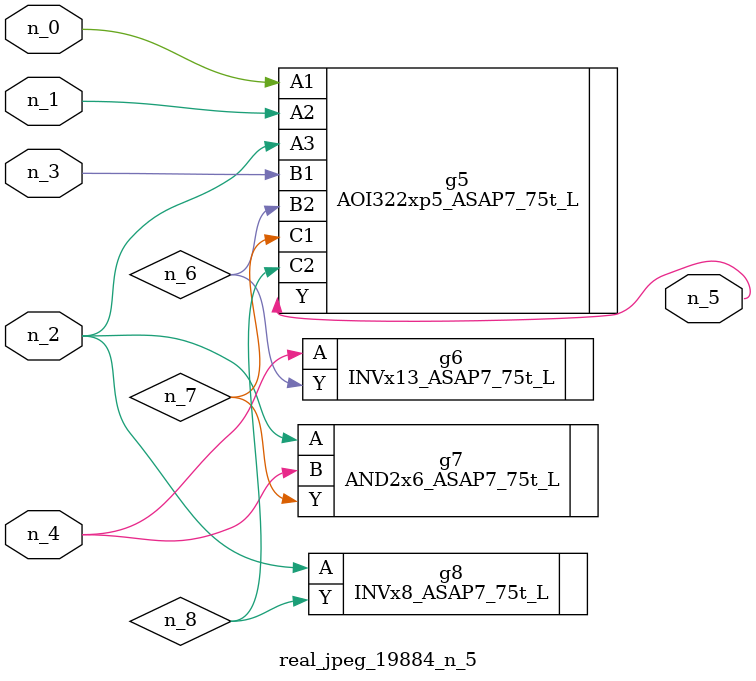
<source format=v>
module real_jpeg_19884_n_5 (n_4, n_0, n_1, n_2, n_3, n_5);

input n_4;
input n_0;
input n_1;
input n_2;
input n_3;

output n_5;

wire n_8;
wire n_6;
wire n_7;

AOI322xp5_ASAP7_75t_L g5 ( 
.A1(n_0),
.A2(n_1),
.A3(n_2),
.B1(n_3),
.B2(n_6),
.C1(n_7),
.C2(n_8),
.Y(n_5)
);

AND2x6_ASAP7_75t_L g7 ( 
.A(n_2),
.B(n_4),
.Y(n_7)
);

INVx8_ASAP7_75t_L g8 ( 
.A(n_2),
.Y(n_8)
);

INVx13_ASAP7_75t_L g6 ( 
.A(n_4),
.Y(n_6)
);


endmodule
</source>
